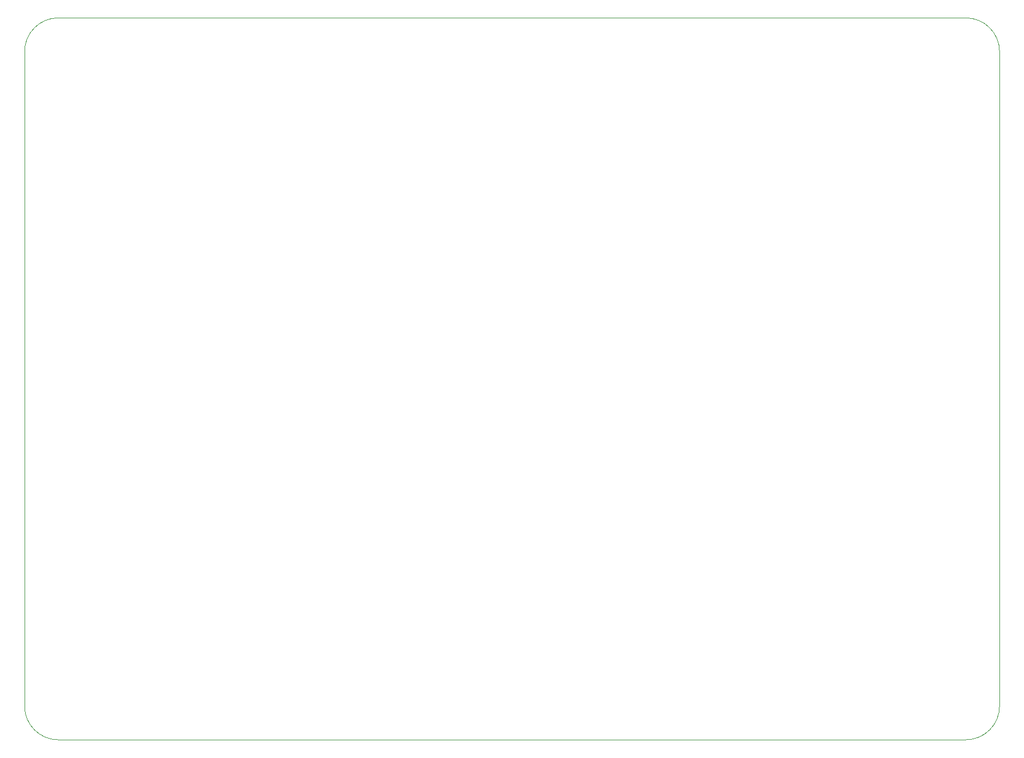
<source format=gbr>
%TF.GenerationSoftware,KiCad,Pcbnew,8.0.8*%
%TF.CreationDate,2025-03-02T15:20:04-08:00*%
%TF.ProjectId,motor_driver,6d6f746f-725f-4647-9269-7665722e6b69,rev?*%
%TF.SameCoordinates,Original*%
%TF.FileFunction,Profile,NP*%
%FSLAX46Y46*%
G04 Gerber Fmt 4.6, Leading zero omitted, Abs format (unit mm)*
G04 Created by KiCad (PCBNEW 8.0.8) date 2025-03-02 15:20:04*
%MOMM*%
%LPD*%
G01*
G04 APERTURE LIST*
%TA.AperFunction,Profile*%
%ADD10C,0.050000*%
%TD*%
G04 APERTURE END LIST*
D10*
X71999999Y-46000000D02*
X72000000Y-143000000D01*
X76999999Y-147999999D02*
G75*
G02*
X72000001Y-143000000I1J4999999D01*
G01*
X216464466Y-143000000D02*
G75*
G02*
X211464466Y-147999966I-4999966J0D01*
G01*
X76999999Y-147999999D02*
X211464466Y-148000000D01*
X211464466Y-41000000D02*
X76999999Y-41000000D01*
X71999999Y-46000000D02*
G75*
G02*
X76999999Y-40999999I5000001J0D01*
G01*
X211464466Y-41000000D02*
G75*
G02*
X216464500Y-46000000I34J-5000000D01*
G01*
X216464466Y-143000000D02*
X216464466Y-46000000D01*
M02*

</source>
